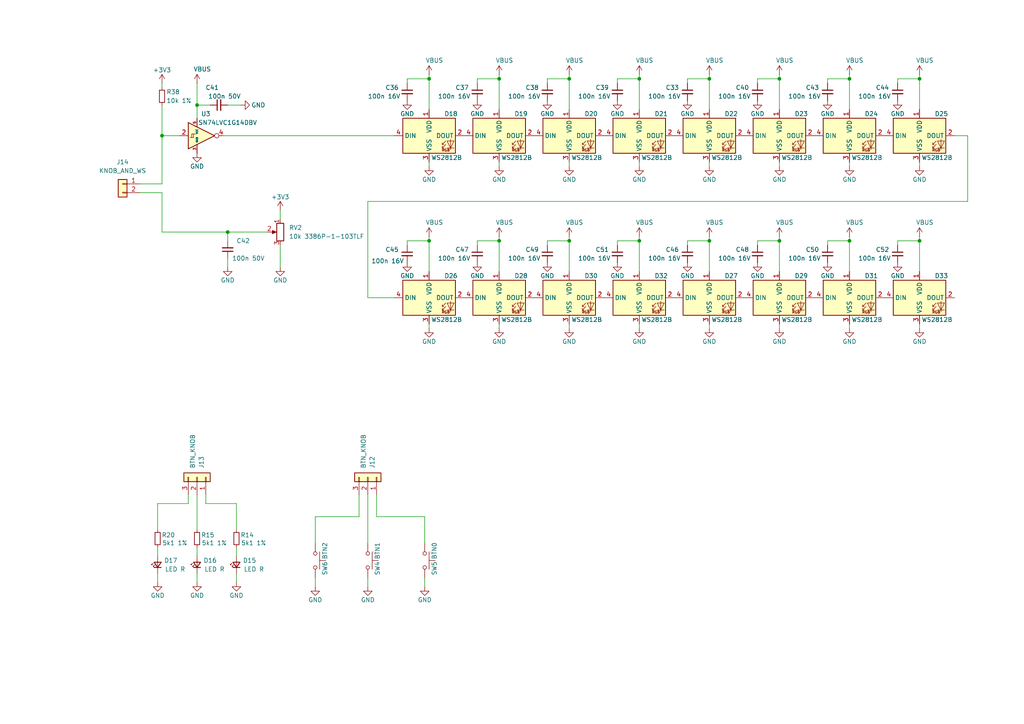
<source format=kicad_sch>
(kicad_sch (version 20231120) (generator "eeschema") (generator_version "8.0")
  (paper "A4")
  (lib_symbols
    (symbol "74xGxx:SN74LVC1G14DBV"
      (property "Reference" "U" (at -2.54 5.08 0))
      (property "Value" "SN74LVC1G14DBV" (at 10.16 5.08 0))
      (symbol "SN74LVC1G14DBV_0_1"
        (polyline (pts (xy -1.016 0.508) (xy -0.508 0.508)))
        (polyline (pts (xy -2.54 3.81) (xy -2.54 -3.81) (xy 5.08 0) (xy -2.54 3.81)) (stroke (width 0.254)) (fill (type background)))
        (polyline (pts (xy -1.524 -0.508) (xy -1.524 0.508) (xy -1.016 0.508) (xy -1.016 -0.508) (xy -2.032 -0.508)))
        (circle (center 5.715 0) (radius 0.635))
      )
      (symbol "SN74LVC1G14DBV_1_1"
        (pin no_connect line (at 5.08 0 180) (length 2.54) hide (name "NC") (number "1"))
        (pin input line (at -5.08 0 0) (length 2.54) (name "~") (number "2"))
        (pin power_in line (at 0 -5.08 90) (length 2.54) (name "GND") (number "3"))
        (pin output line (at 7.62 0 180) (length 1.27) (name "~") (number "4"))
        (pin power_in line (at 0 5.08 270) (length 2.54) (name "VCC") (number "5"))
      )
    )
    (symbol "CANBigPanel-rescue:GND-power" (power) (pin_names (offset 0))
      (property "Value" "GND-power" (at 0 -3.81 0))
      (symbol "GND-power_0_1"
        (polyline (pts (xy 0 0) (xy 0 -1.27) (xy 1.27 -1.27) (xy 0 -2.54) (xy -1.27 -1.27) (xy 0 -1.27)))
      )
      (symbol "GND-power_1_1"
        (pin power_in line (at 0 0 270) (length 0) hide (name "GND") (number "1"))
      )
    )
    (symbol "Connector_Generic:Conn_01x02" (pin_names (offset 1.016) hide)
      (property "Reference" "J" (at 0 2.54 0))
      (property "Value" "Conn_01x02" (at 0 -5.08 0))
      (symbol "Conn_01x02_1_1"
        (rectangle (start -1.27 -2.413) (end 0 -2.667) (stroke (width 0.1524)))
        (rectangle (start -1.27 0.127) (end 0 -0.127) (stroke (width 0.1524)))
        (rectangle (start -1.27 1.27) (end 1.27 -3.81) (stroke (width 0.254)) (fill (type background)))
        (pin passive line (at -5.08 0 0) (length 3.81) (name "Pin_1") (number "1"))
        (pin passive line (at -5.08 -2.54 0) (length 3.81) (name "Pin_2") (number "2"))
      )
    )
    (symbol "Connector_Generic:Conn_01x03" (pin_names (offset 1.016) hide)
      (property "Reference" "J" (at 0 5.08 0))
      (property "Value" "Conn_01x03" (at 0 -5.08 0))
      (symbol "Conn_01x03_1_1"
        (rectangle (start -1.27 -2.413) (end 0 -2.667) (stroke (width 0.1524)))
        (rectangle (start -1.27 0.127) (end 0 -0.127) (stroke (width 0.1524)))
        (rectangle (start -1.27 2.667) (end 0 2.413) (stroke (width 0.1524)))
        (rectangle (start -1.27 3.81) (end 1.27 -3.81) (stroke (width 0.254)) (fill (type background)))
        (pin passive line (at -5.08 2.54 0) (length 3.81) (name "Pin_1") (number "1"))
        (pin passive line (at -5.08 0 0) (length 3.81) (name "Pin_2") (number "2"))
        (pin passive line (at -5.08 -2.54 0) (length 3.81) (name "Pin_3") (number "3"))
      )
    )
    (symbol "Device:C_Small" (pin_numbers hide) (pin_names (offset 0.254) hide)
      (property "Reference" "C" (at 0.254 1.778 0))
      (property "Value" "C_Small" (at 0.254 -2.032 0))
      (symbol "C_Small_0_1"
        (polyline (pts (xy -1.524 -0.508) (xy 1.524 -0.508)) (stroke (width 0.3302)))
        (polyline (pts (xy -1.524 0.508) (xy 1.524 0.508)) (stroke (width 0.3048)))
      )
      (symbol "C_Small_1_1"
        (pin passive line (at 0 2.54 270) (length 2.032) (name "~") (number "1"))
        (pin passive line (at 0 -2.54 90) (length 2.032) (name "~") (number "2"))
      )
    )
    (symbol "Device:LED_Small" (pin_numbers hide) (pin_names (offset 0.254) hide)
      (property "Reference" "D" (at -1.27 3.175 0))
      (property "Value" "LED_Small" (at -4.445 -2.54 0))
      (symbol "LED_Small_0_1"
        (polyline (pts (xy -0.762 -1.016) (xy -0.762 1.016)) (stroke (width 0.254)))
        (polyline (pts (xy 1.016 0) (xy -0.762 0)))
        (polyline (pts (xy 0.762 -1.016) (xy -0.762 0) (xy 0.762 1.016) (xy 0.762 -1.016)) (stroke (width 0.254)))
        (polyline (pts (xy 0 0.762) (xy -0.508 1.27) (xy -0.254 1.27) (xy -0.508 1.27) (xy -0.508 1.016)))
        (polyline (pts (xy 0.508 1.27) (xy 0 1.778) (xy 0.254 1.778) (xy 0 1.778) (xy 0 1.524)))
      )
      (symbol "LED_Small_1_1"
        (pin passive line (at -2.54 0 0) (length 1.778) (name "K") (number "1"))
        (pin passive line (at 2.54 0 180) (length 1.778) (name "A") (number "2"))
      )
    )
    (symbol "Device:R_Potentiometer" (pin_names (offset 1.016) hide)
      (property "Reference" "RV" (at -4.445 0 90))
      (property "Value" "R_Potentiometer" (at -2.54 0 90))
      (symbol "R_Potentiometer_0_1"
        (polyline (pts (xy 2.54 0) (xy 1.524 0)))
        (polyline (pts (xy 1.143 0) (xy 2.286 0.508) (xy 2.286 -0.508) (xy 1.143 0)) (fill (type outline)))
        (rectangle (start 1.016 2.54) (end -1.016 -2.54) (stroke (width 0.254)))
      )
      (symbol "R_Potentiometer_1_1"
        (pin passive line (at 0 3.81 270) (length 1.27) (name "1") (number "1"))
        (pin passive line (at 3.81 0 180) (length 1.27) (name "2") (number "2"))
        (pin passive line (at 0 -3.81 90) (length 1.27) (name "3") (number "3"))
      )
    )
    (symbol "Device:R_Small" (pin_numbers hide) (pin_names (offset 0.254) hide)
      (property "Reference" "R" (at 0.762 0.508 0))
      (property "Value" "R_Small" (at 0.762 -1.016 0))
      (symbol "R_Small_0_1"
        (rectangle (start -0.762 1.778) (end 0.762 -1.778) (stroke (width 0.2032)))
      )
      (symbol "R_Small_1_1"
        (pin passive line (at 0 2.54 270) (length 0.762) (name "~") (number "1"))
        (pin passive line (at 0 -2.54 90) (length 0.762) (name "~") (number "2"))
      )
    )
    (symbol "Switch:SW_Push" (pin_numbers hide) (pin_names (offset 1.016) hide)
      (property "Reference" "SW" (at 1.27 2.54 0))
      (property "Value" "SW_Push" (at 0 -1.524 0))
      (symbol "SW_Push_0_1"
        (circle (center -2.032 0) (radius 0.508))
        (polyline (pts (xy 0 1.27) (xy 0 3.048)))
        (polyline (pts (xy 2.54 1.27) (xy -2.54 1.27)))
        (circle (center 2.032 0) (radius 0.508))
        (pin passive line (at -5.08 0 0) (length 2.54) (name "1") (number "1"))
        (pin passive line (at 5.08 0 180) (length 2.54) (name "2") (number "2"))
      )
    )
    (symbol "WS2812B:WS2812B"
      (property "Reference" "D" (at 3.81 6.35 0))
      (property "Value" "WS2812B" (at 6.35 -6.35 0))
      (symbol "WS2812B_0_0"
        (text "RGB" (at 4.826 -4.191 0) (effects (font (size 0.762 0.762))))
      )
      (symbol "WS2812B_0_1"
        (rectangle (start -7.62 5.08) (end 7.62 -5.08) (stroke (width 0.254)) (fill (type background)))
        (polyline (pts (xy 3.81 -3.556) (xy 4.318 -3.556)))
        (polyline (pts (xy 3.81 -2.54) (xy 4.318 -2.54)))
        (polyline (pts (xy 7.239 -3.556) (xy 5.207 -3.556)))
        (polyline (pts (xy 4.826 -2.54) (xy 3.81 -3.556) (xy 3.81 -3.048)))
        (polyline (pts (xy 4.826 -1.524) (xy 3.81 -2.54) (xy 3.81 -2.032)))
        (polyline (pts (xy 6.223 -1.016) (xy 6.223 -3.556) (xy 6.223 -4.064)))
        (polyline (pts (xy 7.239 -1.524) (xy 5.207 -1.524) (xy 6.223 -3.556) (xy 7.239 -1.524)))
      )
      (symbol "WS2812B_1_1"
        (pin power_in line (at 0 7.62 270) (length 2.54) (name "VDD") (number "1"))
        (pin output line (at 10.16 0 180) (length 2.54) (name "DOUT") (number "2"))
        (pin power_in line (at 0 -7.62 90) (length 2.54) (name "VSS") (number "3"))
        (pin input line (at -10.16 0 0) (length 2.54) (name "DIN") (number "4"))
      )
    )
    (symbol "power:+3.3V" (power) (pin_names (offset 0))
      (property "Value" "+3.3V" (at 0 3.556 0))
      (symbol "+3.3V_0_1"
        (polyline (pts (xy -0.762 1.27) (xy 0 2.54)))
        (polyline (pts (xy 0 0) (xy 0 2.54)))
        (polyline (pts (xy 0 2.54) (xy 0.762 1.27)))
      )
      (symbol "+3.3V_1_1"
        (pin power_in line (at 0 0 90) (length 0) hide (name "+3V3") (number "1"))
      )
    )
    (symbol "power:GND" (power) (pin_names (offset 0))
      (property "Value" "GND" (at 0 -3.81 0))
      (symbol "GND_0_1"
        (polyline (pts (xy 0 0) (xy 0 -1.27) (xy 1.27 -1.27) (xy 0 -2.54) (xy -1.27 -1.27) (xy 0 -1.27)))
      )
      (symbol "GND_1_1"
        (pin power_in line (at 0 0 270) (length 0) hide (name "GND") (number "1"))
      )
    )
    (symbol "power:VBUS" (power) (pin_numbers hide) (pin_names (offset 0) hide)
      (property "Value" "VBUS" (at 0 3.556 0))
      (symbol "VBUS_0_1"
        (polyline (pts (xy -0.762 1.27) (xy 0 2.54)))
        (polyline (pts (xy 0 0) (xy 0 2.54)))
        (polyline (pts (xy 0 2.54) (xy 0.762 1.27)))
      )
      (symbol "VBUS_1_1"
        (pin power_in line (at 0 0 90) (length 0) (name "~") (number "1"))
      )
    )
  )
  (junction (at 46.99 39.37))
  (junction (at 144.78 22.86))
  (junction (at 246.38 22.86))
  (junction (at 185.42 69.85))
  (junction (at 124.46 69.85))
  (junction (at 226.06 22.86))
  (junction (at 57.15 30.48))
  (junction (at 226.06 69.85))
  (junction (at 124.46 22.86))
  (junction (at 165.1 22.86))
  (junction (at 266.7 69.85))
  (junction (at 205.74 69.85))
  (junction (at 144.78 69.85))
  (junction (at 165.1 69.85))
  (junction (at 205.74 22.86))
  (junction (at 185.42 22.86))
  (junction (at 66.04 67.31))
  (junction (at 246.38 69.85))
  (junction (at 266.7 22.86))
  (wire (pts (xy 165.1 93.98) (xy 165.1 95.25)))
  (wire (pts (xy 158.75 69.85) (xy 165.1 69.85)))
  (wire (pts (xy 179.07 71.12) (xy 179.07 69.85)))
  (wire (pts (xy 144.78 46.99) (xy 144.78 48.26)))
  (wire (pts (xy 199.39 71.12) (xy 199.39 69.85)))
  (wire (pts (xy 124.46 22.86) (xy 124.46 31.75)))
  (wire (pts (xy 66.04 30.48) (xy 69.85 30.48)))
  (wire (pts (xy 46.99 67.31) (xy 66.04 67.31)))
  (wire (pts (xy 240.03 22.86) (xy 246.38 22.86)))
  (wire (pts (xy 144.78 21.59) (xy 144.78 22.86)))
  (wire (pts (xy 106.68 167.64) (xy 106.68 170.18)))
  (wire (pts (xy 266.7 69.85) (xy 266.7 78.74)))
  (wire (pts (xy 68.58 146.05) (xy 68.58 153.67)))
  (wire (pts (xy 124.46 69.85) (xy 124.46 78.74)))
  (wire (pts (xy 266.7 21.59) (xy 266.7 22.86)))
  (wire (pts (xy 106.68 86.36) (xy 114.3 86.36)))
  (wire (pts (xy 246.38 46.99) (xy 246.38 48.26)))
  (wire (pts (xy 179.07 22.86) (xy 185.42 22.86)))
  (wire (pts (xy 226.06 93.98) (xy 226.06 95.25)))
  (wire (pts (xy 45.72 166.37) (xy 45.72 168.91)))
  (wire (pts (xy 118.11 22.86) (xy 124.46 22.86)))
  (wire (pts (xy 81.28 71.12) (xy 81.28 77.47)))
  (wire (pts (xy 66.04 69.85) (xy 66.04 67.31)))
  (wire (pts (xy 68.58 166.37) (xy 68.58 168.91)))
  (wire (pts (xy 124.46 46.99) (xy 124.46 48.26)))
  (wire (pts (xy 260.35 22.86) (xy 266.7 22.86)))
  (wire (pts (xy 205.74 93.98) (xy 205.74 95.25)))
  (wire (pts (xy 185.42 69.85) (xy 185.42 78.74)))
  (wire (pts (xy 45.72 158.75) (xy 45.72 161.29)))
  (wire (pts (xy 138.43 71.12) (xy 138.43 69.85)))
  (wire (pts (xy 123.19 167.64) (xy 123.19 170.18)))
  (wire (pts (xy 118.11 69.85) (xy 124.46 69.85)))
  (wire (pts (xy 138.43 22.86) (xy 144.78 22.86)))
  (wire (pts (xy 240.03 71.12) (xy 240.03 69.85)))
  (wire (pts (xy 205.74 21.59) (xy 205.74 22.86)))
  (wire (pts (xy 40.64 55.88) (xy 46.99 55.88)))
  (wire (pts (xy 205.74 68.58) (xy 205.74 69.85)))
  (wire (pts (xy 260.35 69.85) (xy 266.7 69.85)))
  (wire (pts (xy 106.68 143.51) (xy 106.68 157.48)))
  (wire (pts (xy 226.06 68.58) (xy 226.06 69.85)))
  (wire (pts (xy 57.15 30.48) (xy 57.15 34.29)))
  (wire (pts (xy 138.43 69.85) (xy 144.78 69.85)))
  (wire (pts (xy 144.78 93.98) (xy 144.78 95.25)))
  (wire (pts (xy 266.7 93.98) (xy 266.7 95.25)))
  (wire (pts (xy 91.44 149.86) (xy 91.44 157.48)))
  (wire (pts (xy 109.22 149.86) (xy 123.19 149.86)))
  (wire (pts (xy 57.15 158.75) (xy 57.15 161.29)))
  (wire (pts (xy 266.7 46.99) (xy 266.7 48.26)))
  (wire (pts (xy 246.38 69.85) (xy 246.38 78.74)))
  (wire (pts (xy 144.78 69.85) (xy 144.78 78.74)))
  (wire (pts (xy 158.75 71.12) (xy 158.75 69.85)))
  (wire (pts (xy 266.7 22.86) (xy 266.7 31.75)))
  (wire (pts (xy 46.99 39.37) (xy 52.07 39.37)))
  (wire (pts (xy 54.61 146.05) (xy 45.72 146.05)))
  (wire (pts (xy 165.1 69.85) (xy 165.1 78.74)))
  (wire (pts (xy 205.74 46.99) (xy 205.74 48.26)))
  (wire (pts (xy 260.35 24.13) (xy 260.35 22.86)))
  (wire (pts (xy 165.1 21.59) (xy 165.1 22.86)))
  (wire (pts (xy 199.39 69.85) (xy 205.74 69.85)))
  (wire (pts (xy 66.04 74.93) (xy 66.04 77.47)))
  (wire (pts (xy 260.35 71.12) (xy 260.35 69.85)))
  (wire (pts (xy 199.39 24.13) (xy 199.39 22.86)))
  (wire (pts (xy 219.71 71.12) (xy 219.71 69.85)))
  (wire (pts (xy 144.78 68.58) (xy 144.78 69.85)))
  (wire (pts (xy 266.7 68.58) (xy 266.7 69.85)))
  (wire (pts (xy 68.58 158.75) (xy 68.58 161.29)))
  (wire (pts (xy 109.22 143.51) (xy 109.22 149.86)))
  (wire (pts (xy 226.06 21.59) (xy 226.06 22.86)))
  (wire (pts (xy 64.77 39.37) (xy 114.3 39.37)))
  (wire (pts (xy 144.78 22.86) (xy 144.78 31.75)))
  (wire (pts (xy 118.11 24.13) (xy 118.11 22.86)))
  (wire (pts (xy 240.03 24.13) (xy 240.03 22.86)))
  (wire (pts (xy 226.06 69.85) (xy 226.06 78.74)))
  (wire (pts (xy 179.07 69.85) (xy 185.42 69.85)))
  (wire (pts (xy 185.42 68.58) (xy 185.42 69.85)))
  (wire (pts (xy 57.15 30.48) (xy 60.96 30.48)))
  (wire (pts (xy 185.42 21.59) (xy 185.42 22.86)))
  (wire (pts (xy 185.42 93.98) (xy 185.42 95.25)))
  (wire (pts (xy 57.15 143.51) (xy 57.15 153.67)))
  (wire (pts (xy 57.15 24.13) (xy 57.15 30.48)))
  (wire (pts (xy 59.69 146.05) (xy 59.69 143.51)))
  (wire (pts (xy 138.43 24.13) (xy 138.43 22.86)))
  (wire (pts (xy 246.38 22.86) (xy 246.38 31.75)))
  (wire (pts (xy 185.42 46.99) (xy 185.42 48.26)))
  (wire (pts (xy 246.38 93.98) (xy 246.38 95.25)))
  (wire (pts (xy 59.69 146.05) (xy 68.58 146.05)))
  (wire (pts (xy 124.46 68.58) (xy 124.46 69.85)))
  (wire (pts (xy 45.72 146.05) (xy 45.72 153.67)))
  (wire (pts (xy 106.68 58.42) (xy 106.68 86.36)))
  (wire (pts (xy 46.99 30.48) (xy 46.99 39.37)))
  (wire (pts (xy 226.06 46.99) (xy 226.06 48.26)))
  (wire (pts (xy 40.64 53.34) (xy 46.99 53.34)))
  (wire (pts (xy 158.75 24.13) (xy 158.75 22.86)))
  (wire (pts (xy 205.74 22.86) (xy 205.74 31.75)))
  (wire (pts (xy 219.71 22.86) (xy 226.06 22.86)))
  (wire (pts (xy 276.86 39.37) (xy 280.67 39.37)))
  (wire (pts (xy 123.19 149.86) (xy 123.19 157.48)))
  (wire (pts (xy 226.06 22.86) (xy 226.06 31.75)))
  (wire (pts (xy 91.44 167.64) (xy 91.44 170.18)))
  (wire (pts (xy 280.67 58.42) (xy 106.68 58.42)))
  (wire (pts (xy 185.42 22.86) (xy 185.42 31.75)))
  (wire (pts (xy 81.28 60.96) (xy 81.28 63.5)))
  (wire (pts (xy 219.71 69.85) (xy 226.06 69.85)))
  (wire (pts (xy 165.1 22.86) (xy 165.1 31.75)))
  (wire (pts (xy 219.71 24.13) (xy 219.71 22.86)))
  (wire (pts (xy 205.74 69.85) (xy 205.74 78.74)))
  (wire (pts (xy 46.99 55.88) (xy 46.99 67.31)))
  (wire (pts (xy 165.1 46.99) (xy 165.1 48.26)))
  (wire (pts (xy 240.03 69.85) (xy 246.38 69.85)))
  (wire (pts (xy 124.46 93.98) (xy 124.46 95.25)))
  (wire (pts (xy 91.44 149.86) (xy 104.14 149.86)))
  (wire (pts (xy 66.04 67.31) (xy 77.47 67.31)))
  (wire (pts (xy 46.99 53.34) (xy 46.99 39.37)))
  (wire (pts (xy 246.38 68.58) (xy 246.38 69.85)))
  (wire (pts (xy 124.46 21.59) (xy 124.46 22.86)))
  (wire (pts (xy 246.38 21.59) (xy 246.38 22.86)))
  (wire (pts (xy 199.39 22.86) (xy 205.74 22.86)))
  (wire (pts (xy 57.15 166.37) (xy 57.15 168.91)))
  (wire (pts (xy 179.07 24.13) (xy 179.07 22.86)))
  (wire (pts (xy 54.61 143.51) (xy 54.61 146.05)))
  (wire (pts (xy 46.99 24.13) (xy 46.99 25.4)))
  (wire (pts (xy 158.75 22.86) (xy 165.1 22.86)))
  (wire (pts (xy 165.1 68.58) (xy 165.1 69.85)))
  (wire (pts (xy 104.14 149.86) (xy 104.14 143.51)))
  (wire (pts (xy 118.11 71.12) (xy 118.11 69.85)))
  (wire (pts (xy 280.67 39.37) (xy 280.67 58.42)))
  (symbol (lib_id "WS2812B:WS2812B") (at 205.74 39.37 0) (unit 1)
    (property "Reference" "D22" (at 212.09 33.02 0))
    (property "Value" "WS2812B" (at 210.82 45.72 0))
    (property "Footprint" "LED_SMD:LED_WS2812B_PLCC4_5.0x5.0mm_P3.2mm" (effects (hide yes)))
    (property "Datasheet" "https://datasheet.lcsc.com/lcsc/2209191001_XINGLIGHT-XL-5050RGBC-WS2812B_C2843785.pdf" (effects (hide yes)))
    (property "M" "XINGLIGHT" (effects (hide yes)))
    (property "MPN" "XL-5050RGBC-WS2812B" (effects (hide yes)))
    (property "jlc" "C2843785" (effects (hide yes)))
  )
  (symbol (lib_id "CANBigPanel-rescue:GND-power") (at 179.07 29.21 0) (unit 1)
    (property "Reference" "#PWR0124" (effects (hide yes)))
    (property "Value" "GND" (at 179.07 33.02 0))
  )
  (symbol (lib_id "power:GND") (at 81.28 77.47 0) (mirror y) (unit 1)
    (property "Reference" "#PWR0134" (effects (hide yes)))
    (property "Value" "GND" (at 81.28 81.28 0))
  )
  (symbol (lib_id "Device:C_Small") (at 199.39 26.67 0) (unit 1)
    (property "Reference" "C33" (at 193.04 25.4 0) (effects (justify left)))
    (property "Value" "100n 16V" (at 187.96 27.94 0) (effects (justify left)))
    (property "Footprint" "Capacitor_SMD:C_0402_1005Metric" (effects (hide yes)))
    (property "jlc" "C1525" (effects (hide yes)))
    (property "M" "Samsung Electro-Mechanics" (effects (hide yes)))
    (property "MPN" "CL05B104KB54PNC" (effects (hide yes)))
  )
  (symbol (lib_id "WS2812B:WS2812B") (at 165.1 39.37 0) (unit 1)
    (property "Reference" "D20" (at 171.45 33.02 0))
    (property "Value" "WS2812B" (at 170.18 45.72 0))
    (property "Footprint" "LED_SMD:LED_WS2812B_PLCC4_5.0x5.0mm_P3.2mm" (effects (hide yes)))
    (property "Datasheet" "https://datasheet.lcsc.com/lcsc/2209191001_XINGLIGHT-XL-5050RGBC-WS2812B_C2843785.pdf" (effects (hide yes)))
    (property "M" "XINGLIGHT" (effects (hide yes)))
    (property "MPN" "XL-5050RGBC-WS2812B" (effects (hide yes)))
    (property "jlc" "C2843785" (effects (hide yes)))
  )
  (symbol (lib_id "CANBigPanel-rescue:GND-power") (at 240.03 76.2 0) (unit 1)
    (property "Reference" "#PWR0156" (effects (hide yes)))
    (property "Value" "GND" (at 240.03 80.01 0))
  )
  (symbol (lib_id "power:VBUS") (at 266.7 68.58 0) (unit 1)
    (property "Reference" "#PWR0165" (effects (hide yes)))
    (property "Value" "VBUS" (at 268.224 64.516 0))
    (property "Description" "Power symbol creates a global label with name \"VBUS\"" (effects (hide yes)))
  )
  (symbol (lib_id "power:GND") (at 91.44 170.18 0) (unit 1)
    (property "Reference" "#PWR095" (effects (hide yes)))
    (property "Value" "GND" (at 91.44 173.99 0))
  )
  (symbol (lib_id "WS2812B:WS2812B") (at 226.06 39.37 0) (unit 1)
    (property "Reference" "D23" (at 232.41 33.02 0))
    (property "Value" "WS2812B" (at 231.14 45.72 0))
    (property "Footprint" "LED_SMD:LED_WS2812B_PLCC4_5.0x5.0mm_P3.2mm" (effects (hide yes)))
    (property "Datasheet" "https://datasheet.lcsc.com/lcsc/2209191001_XINGLIGHT-XL-5050RGBC-WS2812B_C2843785.pdf" (effects (hide yes)))
    (property "M" "XINGLIGHT" (effects (hide yes)))
    (property "MPN" "XL-5050RGBC-WS2812B" (effects (hide yes)))
    (property "jlc" "C2843785" (effects (hide yes)))
  )
  (symbol (lib_id "CANBigPanel-rescue:GND-power") (at 144.78 95.25 0) (unit 1)
    (property "Reference" "#PWR0152" (effects (hide yes)))
    (property "Value" "GND" (at 144.78 99.06 0))
  )
  (symbol (lib_id "WS2812B:WS2812B") (at 246.38 39.37 0) (unit 1)
    (property "Reference" "D24" (at 252.73 33.02 0))
    (property "Value" "WS2812B" (at 251.46 45.72 0))
    (property "Footprint" "LED_SMD:LED_WS2812B_PLCC4_5.0x5.0mm_P3.2mm" (effects (hide yes)))
    (property "Datasheet" "https://datasheet.lcsc.com/lcsc/2209191001_XINGLIGHT-XL-5050RGBC-WS2812B_C2843785.pdf" (effects (hide yes)))
    (property "M" "XINGLIGHT" (effects (hide yes)))
    (property "MPN" "XL-5050RGBC-WS2812B" (effects (hide yes)))
    (property "jlc" "C2843785" (effects (hide yes)))
  )
  (symbol (lib_id "CANBigPanel-rescue:GND-power") (at 219.71 76.2 0) (unit 1)
    (property "Reference" "#PWR0150" (effects (hide yes)))
    (property "Value" "GND" (at 219.71 80.01 0))
  )
  (symbol (lib_id "Connector_Generic:Conn_01x03") (at 57.15 138.43 270) (mirror x) (unit 1)
    (property "Reference" "J13" (at 58.4201 135.89 0) (effects (justify left)))
    (property "Value" "BTN_KNOB" (at 55.8801 135.89 0) (effects (justify left)))
    (property "Footprint" "Connector_PinHeader_2.54mm:PinHeader_1x03_P2.54mm_Vertical" (effects (hide yes)))
    (property "Description" "Generic connector, single row, 01x03, script generated (kicad-library-utils/schlib/autogen/connector/)" (effects (hide yes)))
    (property "jlc" "C49257" (effects (hide yes)))
  )
  (symbol (lib_id "CANBigPanel-rescue:GND-power") (at 185.42 95.25 0) (unit 1)
    (property "Reference" "#PWR0164" (effects (hide yes)))
    (property "Value" "GND" (at 185.42 99.06 0))
  )
  (symbol (lib_id "power:+3.3V") (at 81.28 60.96 0) (mirror y) (unit 1)
    (property "Reference" "#PWR0133" (effects (hide yes)))
    (property "Value" "+3V3" (at 81.28 57.15 0))
  )
  (symbol (lib_id "Device:C_Small") (at 158.75 26.67 0) (unit 1)
    (property "Reference" "C38" (at 152.4 25.4 0) (effects (justify left)))
    (property "Value" "100n 16V" (at 147.32 27.94 0) (effects (justify left)))
    (property "Footprint" "Capacitor_SMD:C_0402_1005Metric" (effects (hide yes)))
    (property "jlc" "C1525" (effects (hide yes)))
    (property "M" "Samsung Electro-Mechanics" (effects (hide yes)))
    (property "MPN" "CL05B104KB54PNC" (effects (hide yes)))
  )
  (symbol (lib_id "CANBigPanel-rescue:GND-power") (at 266.7 95.25 0) (unit 1)
    (property "Reference" "#PWR0166" (effects (hide yes)))
    (property "Value" "GND" (at 266.7 99.06 0))
  )
  (symbol (lib_id "power:VBUS") (at 165.1 21.59 0) (unit 1)
    (property "Reference" "#PWR0116" (effects (hide yes)))
    (property "Value" "VBUS" (at 166.624 17.526 0))
    (property "Description" "Power symbol creates a global label with name \"VBUS\"" (effects (hide yes)))
  )
  (symbol (lib_id "Device:LED_Small") (at 57.15 163.83 90) (unit 1)
    (property "Reference" "D16" (at 60.96 162.56 90))
    (property "Value" "LED R" (at 62.23 165.1 90))
    (property "Footprint" "LED_SMD:LED_0603_1608Metric_Pad1.05x0.95mm_HandSolder" (effects (hide yes)))
    (property "LED" "C2286" (effects (hide yes)))
    (property "jlc" "C2286" (effects (hide yes)))
  )
  (symbol (lib_id "WS2812B:WS2812B") (at 266.7 86.36 0) (unit 1)
    (property "Reference" "D33" (at 273.05 80.01 0))
    (property "Value" "WS2812B" (at 271.78 92.71 0))
    (property "Footprint" "LED_SMD:LED_WS2812B_PLCC4_5.0x5.0mm_P3.2mm" (effects (hide yes)))
    (property "Datasheet" "https://datasheet.lcsc.com/lcsc/2209191001_XINGLIGHT-XL-5050RGBC-WS2812B_C2843785.pdf" (effects (hide yes)))
    (property "M" "XINGLIGHT" (effects (hide yes)))
    (property "MPN" "XL-5050RGBC-WS2812B" (effects (hide yes)))
    (property "jlc" "C2843785" (effects (hide yes)))
  )
  (symbol (lib_id "Device:C_Small") (at 179.07 26.67 0) (unit 1)
    (property "Reference" "C39" (at 172.72 25.4 0) (effects (justify left)))
    (property "Value" "100n 16V" (at 167.64 27.94 0) (effects (justify left)))
    (property "Footprint" "Capacitor_SMD:C_0402_1005Metric" (effects (hide yes)))
    (property "jlc" "C1525" (effects (hide yes)))
    (property "M" "Samsung Electro-Mechanics" (effects (hide yes)))
    (property "MPN" "CL05B104KB54PNC" (effects (hide yes)))
  )
  (symbol (lib_id "power:VBUS") (at 124.46 21.59 0) (unit 1)
    (property "Reference" "#PWR096" (effects (hide yes)))
    (property "Value" "VBUS" (at 125.984 17.526 0))
    (property "Description" "Power symbol creates a global label with name \"VBUS\"" (effects (hide yes)))
  )
  (symbol (lib_id "Device:C_Small") (at 179.07 73.66 0) (unit 1)
    (property "Reference" "C51" (at 172.72 72.39 0) (effects (justify left)))
    (property "Value" "100n 16V" (at 167.64 74.93 0) (effects (justify left)))
    (property "Footprint" "Capacitor_SMD:C_0402_1005Metric" (effects (hide yes)))
    (property "jlc" "C1525" (effects (hide yes)))
    (property "M" "Samsung Electro-Mechanics" (effects (hide yes)))
    (property "MPN" "CL05B104KB54PNC" (effects (hide yes)))
  )
  (symbol (lib_id "74xGxx:SN74LVC1G14DBV") (at 57.15 39.37 0) (unit 1)
    (property "Reference" "U3" (at 59.69 33.02 0))
    (property "Value" "SN74LVC1G14DBV" (at 66.04 35.56 0))
    (property "Footprint" "Package_TO_SOT_SMD:SOT-23-5" (effects (hide yes)))
    (property "Datasheet" "http://www.ti.com/lit/ds/symlink/sn74lvc1g14.pdf" (effects (hide yes)))
    (property "M" "Texas Instruments" (effects (hide yes)))
    (property "MPN" "SN74LVC1G14DBV" (effects (hide yes)))
    (property "jlc" "C7835" (effects (hide yes)))
  )
  (symbol (lib_id "Device:C_Small") (at 260.35 26.67 0) (unit 1)
    (property "Reference" "C44" (at 254 25.4 0) (effects (justify left)))
    (property "Value" "100n 16V" (at 248.92 27.94 0) (effects (justify left)))
    (property "Footprint" "Capacitor_SMD:C_0402_1005Metric" (effects (hide yes)))
    (property "jlc" "C1525" (effects (hide yes)))
    (property "M" "Samsung Electro-Mechanics" (effects (hide yes)))
    (property "MPN" "CL05B104KB54PNC" (effects (hide yes)))
  )
  (symbol (lib_id "WS2812B:WS2812B") (at 144.78 86.36 0) (unit 1)
    (property "Reference" "D28" (at 151.13 80.01 0))
    (property "Value" "WS2812B" (at 149.86 92.71 0))
    (property "Footprint" "LED_SMD:LED_WS2812B_PLCC4_5.0x5.0mm_P3.2mm" (effects (hide yes)))
    (property "Datasheet" "https://datasheet.lcsc.com/lcsc/2209191001_XINGLIGHT-XL-5050RGBC-WS2812B_C2843785.pdf" (effects (hide yes)))
    (property "M" "XINGLIGHT" (effects (hide yes)))
    (property "MPN" "XL-5050RGBC-WS2812B" (effects (hide yes)))
    (property "jlc" "C2843785" (effects (hide yes)))
  )
  (symbol (lib_id "CANBigPanel-rescue:GND-power") (at 260.35 29.21 0) (unit 1)
    (property "Reference" "#PWR0140" (effects (hide yes)))
    (property "Value" "GND" (at 260.35 33.02 0))
  )
  (symbol (lib_id "Device:C_Small") (at 66.04 72.39 0) (mirror x) (unit 1)
    (property "Reference" "C42" (at 68.58 69.85 0) (effects (justify left)))
    (property "Value" "100n 50V" (at 67.31 74.93 0) (effects (justify left)))
    (property "Footprint" "Capacitor_SMD:C_0603_1608Metric_Pad1.08x0.95mm_HandSolder" (effects (hide yes)))
    (property "jlc" "C14663" (effects (hide yes)))
  )
  (symbol (lib_id "Device:R_Small") (at 45.72 156.21 180) (unit 1)
    (property "Reference" "R20" (at 50.8 155.194 0) (effects (justify left)))
    (property "Value" "5k1 1%" (at 54.356 157.48 0) (effects (justify left)))
    (property "Footprint" "Resistor_SMD:R_0603_1608Metric_Pad0.98x0.95mm_HandSolder" (effects (hide yes)))
    (property "jlc" "C23186" (effects (hide yes)))
  )
  (symbol (lib_id "Device:C_Small") (at 158.75 73.66 0) (unit 1)
    (property "Reference" "C49" (at 152.4 72.39 0) (effects (justify left)))
    (property "Value" "100n 16V" (at 147.32 74.93 0) (effects (justify left)))
    (property "Footprint" "Capacitor_SMD:C_0402_1005Metric" (effects (hide yes)))
    (property "jlc" "C1525" (effects (hide yes)))
    (property "M" "Samsung Electro-Mechanics" (effects (hide yes)))
    (property "MPN" "CL05B104KB54PNC" (effects (hide yes)))
  )
  (symbol (lib_id "Device:R_Small") (at 57.15 156.21 180) (unit 1)
    (property "Reference" "R15" (at 62.23 155.194 0) (effects (justify left)))
    (property "Value" "5k1 1%" (at 65.786 157.48 0) (effects (justify left)))
    (property "Footprint" "Resistor_SMD:R_0603_1608Metric_Pad0.98x0.95mm_HandSolder" (effects (hide yes)))
    (property "jlc" "C23186" (effects (hide yes)))
  )
  (symbol (lib_id "Device:C_Small") (at 260.35 73.66 0) (unit 1)
    (property "Reference" "C52" (at 254 72.39 0) (effects (justify left)))
    (property "Value" "100n 16V" (at 248.92 74.93 0) (effects (justify left)))
    (property "Footprint" "Capacitor_SMD:C_0402_1005Metric" (effects (hide yes)))
    (property "jlc" "C1525" (effects (hide yes)))
    (property "M" "Samsung Electro-Mechanics" (effects (hide yes)))
    (property "MPN" "CL05B104KB54PNC" (effects (hide yes)))
  )
  (symbol (lib_id "CANBigPanel-rescue:GND-power") (at 124.46 48.26 0) (unit 1)
    (property "Reference" "#PWR0117" (effects (hide yes)))
    (property "Value" "GND" (at 124.46 52.07 0))
  )
  (symbol (lib_id "WS2812B:WS2812B") (at 205.74 86.36 0) (unit 1)
    (property "Reference" "D27" (at 212.09 80.01 0))
    (property "Value" "WS2812B" (at 210.82 92.71 0))
    (property "Footprint" "LED_SMD:LED_WS2812B_PLCC4_5.0x5.0mm_P3.2mm" (effects (hide yes)))
    (property "Datasheet" "https://datasheet.lcsc.com/lcsc/2209191001_XINGLIGHT-XL-5050RGBC-WS2812B_C2843785.pdf" (effects (hide yes)))
    (property "M" "XINGLIGHT" (effects (hide yes)))
    (property "MPN" "XL-5050RGBC-WS2812B" (effects (hide yes)))
    (property "jlc" "C2843785" (effects (hide yes)))
  )
  (symbol (lib_id "power:GND") (at 66.04 77.47 0) (mirror y) (unit 1)
    (property "Reference" "#PWR0135" (effects (hide yes)))
    (property "Value" "GND" (at 66.04 81.28 0))
  )
  (symbol (lib_id "Connector_Generic:Conn_01x02") (at 35.56 53.34 0) (mirror y) (unit 1)
    (property "Reference" "J14" (at 35.56 46.99 0))
    (property "Value" "KNOB_AND_WS" (at 35.56 49.53 0))
    (property "Footprint" "Connector_PinHeader_2.54mm:PinHeader_1x02_P2.54mm_Vertical" (effects (hide yes)))
    (property "Description" "Generic connector, single row, 01x02, script generated (kicad-library-utils/schlib/autogen/connector/)" (effects (hide yes)))
    (property "jlc" "C492401" (effects (hide yes)))
  )
  (symbol (lib_id "power:VBUS") (at 205.74 68.58 0) (unit 1)
    (property "Reference" "#PWR0147" (effects (hide yes)))
    (property "Value" "VBUS" (at 207.264 64.516 0))
    (property "Description" "Power symbol creates a global label with name \"VBUS\"" (effects (hide yes)))
  )
  (symbol (lib_id "CANBigPanel-rescue:GND-power") (at 144.78 48.26 0) (unit 1)
    (property "Reference" "#PWR0120" (effects (hide yes)))
    (property "Value" "GND" (at 144.78 52.07 0))
  )
  (symbol (lib_id "CANBigPanel-rescue:GND-power") (at 226.06 95.25 0) (unit 1)
    (property "Reference" "#PWR0154" (effects (hide yes)))
    (property "Value" "GND" (at 226.06 99.06 0))
  )
  (symbol (lib_id "Device:C_Small") (at 118.11 73.66 0) (unit 1)
    (property "Reference" "C45" (at 111.76 72.39 0) (effects (justify left)))
    (property "Value" "100n 16V" (at 107.696 75.692 0) (effects (justify left)))
    (property "Footprint" "Capacitor_SMD:C_0402_1005Metric" (effects (hide yes)))
    (property "jlc" "C1525" (effects (hide yes)))
    (property "M" "Samsung Electro-Mechanics" (effects (hide yes)))
    (property "MPN" "CL05B104KB54PNC" (effects (hide yes)))
  )
  (symbol (lib_id "CANBigPanel-rescue:GND-power") (at 158.75 76.2 0) (unit 1)
    (property "Reference" "#PWR0155" (effects (hide yes)))
    (property "Value" "GND" (at 158.75 80.01 0))
  )
  (symbol (lib_id "CANBigPanel-rescue:GND-power") (at 226.06 48.26 0) (unit 1)
    (property "Reference" "#PWR0136" (effects (hide yes)))
    (property "Value" "GND" (at 226.06 52.07 0))
  )
  (symbol (lib_id "CANBigPanel-rescue:GND-power") (at 205.74 95.25 0) (unit 1)
    (property "Reference" "#PWR0148" (effects (hide yes)))
    (property "Value" "GND" (at 205.74 99.06 0))
  )
  (symbol (lib_id "power:GND") (at 68.58 168.91 0) (unit 1)
    (property "Reference" "#PWR0110" (effects (hide yes)))
    (property "Value" "GND" (at 68.58 172.72 0))
  )
  (symbol (lib_id "CANBigPanel-rescue:GND-power") (at 205.74 48.26 0) (unit 1)
    (property "Reference" "#PWR0128" (effects (hide yes)))
    (property "Value" "GND" (at 205.74 52.07 0))
  )
  (symbol (lib_id "Device:R_Potentiometer") (at 81.28 67.31 0) (mirror y) (unit 1)
    (property "Reference" "RV2" (at 83.82 66.0399 0) (effects (justify right)))
    (property "Value" "10k 3386P-1-103TLF" (at 83.82 68.5799 0) (effects (justify right)))
    (property "Footprint" "Potentiometer_THT:Potentiometer_Bourns_3386P_Vertical" (effects (hide yes)))
    (property "Description" "Potentiometer" (effects (hide yes)))
    (property "jlc" "C116302" (effects (hide yes)))
  )
  (symbol (lib_id "Device:R_Small") (at 68.58 156.21 180) (unit 1)
    (property "Reference" "R14" (at 73.66 155.194 0) (effects (justify left)))
    (property "Value" "5k1 1%" (at 77.216 157.48 0) (effects (justify left)))
    (property "Footprint" "Resistor_SMD:R_0603_1608Metric_Pad0.98x0.95mm_HandSolder" (effects (hide yes)))
    (property "jlc" "C23186" (effects (hide yes)))
  )
  (symbol (lib_id "Device:C_Small") (at 240.03 26.67 0) (unit 1)
    (property "Reference" "C43" (at 233.68 25.4 0) (effects (justify left)))
    (property "Value" "100n 16V" (at 228.6 27.94 0) (effects (justify left)))
    (property "Footprint" "Capacitor_SMD:C_0402_1005Metric" (effects (hide yes)))
    (property "jlc" "C1525" (effects (hide yes)))
    (property "M" "Samsung Electro-Mechanics" (effects (hide yes)))
    (property "MPN" "CL05B104KB54PNC" (effects (hide yes)))
  )
  (symbol (lib_id "power:+3.3V") (at 46.99 24.13 0) (unit 1)
    (property "Reference" "#PWR0212" (effects (hide yes)))
    (property "Value" "+3V3" (at 46.99 20.32 0))
  )
  (symbol (lib_id "Device:C_Small") (at 118.11 26.67 0) (unit 1)
    (property "Reference" "C36" (at 111.76 25.4 0) (effects (justify left)))
    (property "Value" "100n 16V" (at 106.68 27.94 0) (effects (justify left)))
    (property "Footprint" "Capacitor_SMD:C_0402_1005Metric" (effects (hide yes)))
    (property "jlc" "C1525" (effects (hide yes)))
    (property "M" "Samsung Electro-Mechanics" (effects (hide yes)))
    (property "MPN" "CL05B104KB54PNC" (effects (hide yes)))
  )
  (symbol (lib_id "Device:C_Small") (at 63.5 30.48 90) (unit 1)
    (property "Reference" "C41" (at 63.5 25.4 90) (effects (justify left)))
    (property "Value" "100n 50V" (at 69.85 27.94 90) (effects (justify left)))
    (property "Footprint" "Capacitor_SMD:C_0603_1608Metric_Pad1.08x0.95mm_HandSolder" (effects (hide yes)))
    (property "jlc" "C14663" (effects (hide yes)))
  )
  (symbol (lib_id "power:VBUS") (at 144.78 21.59 0) (unit 1)
    (property "Reference" "#PWR0109" (effects (hide yes)))
    (property "Value" "VBUS" (at 146.304 17.526 0))
    (property "Description" "Power symbol creates a global label with name \"VBUS\"" (effects (hide yes)))
  )
  (symbol (lib_id "WS2812B:WS2812B") (at 185.42 39.37 0) (unit 1)
    (property "Reference" "D21" (at 191.77 33.02 0))
    (property "Value" "WS2812B" (at 190.5 45.72 0))
    (property "Footprint" "LED_SMD:LED_WS2812B_PLCC4_5.0x5.0mm_P3.2mm" (effects (hide yes)))
    (property "Datasheet" "https://datasheet.lcsc.com/lcsc/2209191001_XINGLIGHT-XL-5050RGBC-WS2812B_C2843785.pdf" (effects (hide yes)))
    (property "M" "XINGLIGHT" (effects (hide yes)))
    (property "MPN" "XL-5050RGBC-WS2812B" (effects (hide yes)))
    (property "jlc" "C2843785" (effects (hide yes)))
  )
  (symbol (lib_id "power:VBUS") (at 266.7 21.59 0) (unit 1)
    (property "Reference" "#PWR0141" (effects (hide yes)))
    (property "Value" "VBUS" (at 268.224 17.526 0))
    (property "Description" "Power symbol creates a global label with name \"VBUS\"" (effects (hide yes)))
  )
  (symbol (lib_id "WS2812B:WS2812B") (at 165.1 86.36 0) (unit 1)
    (property "Reference" "D30" (at 171.45 80.01 0))
    (property "Value" "WS2812B" (at 170.18 92.71 0))
    (property "Footprint" "LED_SMD:LED_WS2812B_PLCC4_5.0x5.0mm_P3.2mm" (effects (hide yes)))
    (property "Datasheet" "https://datasheet.lcsc.com/lcsc/2209191001_XINGLIGHT-XL-5050RGBC-WS2812B_C2843785.pdf" (effects (hide yes)))
    (property "M" "XINGLIGHT" (effects (hide yes)))
    (property "MPN" "XL-5050RGBC-WS2812B" (effects (hide yes)))
    (property "jlc" "C2843785" (effects (hide yes)))
  )
  (symbol (lib_id "WS2812B:WS2812B") (at 124.46 86.36 0) (unit 1)
    (property "Reference" "D26" (at 130.81 80.01 0))
    (property "Value" "WS2812B" (at 129.54 92.71 0))
    (property "Footprint" "LED_SMD:LED_WS2812B_PLCC4_5.0x5.0mm_P3.2mm" (effects (hide yes)))
    (property "Datasheet" "https://datasheet.lcsc.com/lcsc/2209191001_XINGLIGHT-XL-5050RGBC-WS2812B_C2843785.pdf" (effects (hide yes)))
    (property "M" "XINGLIGHT" (effects (hide yes)))
    (property "MPN" "XL-5050RGBC-WS2812B" (effects (hide yes)))
    (property "jlc" "C2843785" (effects (hide yes)))
  )
  (symbol (lib_id "WS2812B:WS2812B") (at 246.38 86.36 0) (unit 1)
    (property "Reference" "D31" (at 252.73 80.01 0))
    (property "Value" "WS2812B" (at 251.46 92.71 0))
    (property "Footprint" "LED_SMD:LED_WS2812B_PLCC4_5.0x5.0mm_P3.2mm" (effects (hide yes)))
    (property "Datasheet" "https://datasheet.lcsc.com/lcsc/2209191001_XINGLIGHT-XL-5050RGBC-WS2812B_C2843785.pdf" (effects (hide yes)))
    (property "M" "XINGLIGHT" (effects (hide yes)))
    (property "MPN" "XL-5050RGBC-WS2812B" (effects (hide yes)))
    (property "jlc" "C2843785" (effects (hide yes)))
  )
  (symbol (lib_id "power:VBUS") (at 226.06 21.59 0) (unit 1)
    (property "Reference" "#PWR0130" (effects (hide yes)))
    (property "Value" "VBUS" (at 227.584 17.526 0))
    (property "Description" "Power symbol creates a global label with name \"VBUS\"" (effects (hide yes)))
  )
  (symbol (lib_id "CANBigPanel-rescue:GND-power") (at 246.38 48.26 0) (unit 1)
    (property "Reference" "#PWR0139" (effects (hide yes)))
    (property "Value" "GND" (at 246.38 52.07 0))
  )
  (symbol (lib_id "CANBigPanel-rescue:GND-power") (at 199.39 76.2 0) (unit 1)
    (property "Reference" "#PWR0144" (effects (hide yes)))
    (property "Value" "GND" (at 199.39 80.01 0))
  )
  (symbol (lib_id "power:GND") (at 57.15 168.91 0) (unit 1)
    (property "Reference" "#PWR0114" (effects (hide yes)))
    (property "Value" "GND" (at 57.15 172.72 0))
  )
  (symbol (lib_id "CANBigPanel-rescue:GND-power") (at 138.43 76.2 0) (unit 1)
    (property "Reference" "#PWR0149" (effects (hide yes)))
    (property "Value" "GND" (at 138.43 80.01 0))
  )
  (symbol (lib_id "power:GND") (at 123.19 170.18 0) (unit 1)
    (property "Reference" "#PWR0112" (effects (hide yes)))
    (property "Value" "GND" (at 123.19 173.99 0))
  )
  (symbol (lib_id "power:VBUS") (at 144.78 68.58 0) (unit 1)
    (property "Reference" "#PWR0151" (effects (hide yes)))
    (property "Value" "VBUS" (at 146.304 64.516 0))
    (property "Description" "Power symbol creates a global label with name \"VBUS\"" (effects (hide yes)))
  )
  (symbol (lib_id "WS2812B:WS2812B") (at 185.42 86.36 0) (unit 1)
    (property "Reference" "D32" (at 191.77 80.01 0))
    (property "Value" "WS2812B" (at 190.5 92.71 0))
    (property "Footprint" "LED_SMD:LED_WS2812B_PLCC4_5.0x5.0mm_P3.2mm" (effects (hide yes)))
    (property "Datasheet" "https://datasheet.lcsc.com/lcsc/2209191001_XINGLIGHT-XL-5050RGBC-WS2812B_C2843785.pdf" (effects (hide yes)))
    (property "M" "XINGLIGHT" (effects (hide yes)))
    (property "MPN" "XL-5050RGBC-WS2812B" (effects (hide yes)))
    (property "jlc" "C2843785" (effects (hide yes)))
  )
  (symbol (lib_id "CANBigPanel-rescue:GND-power") (at 199.39 29.21 0) (unit 1)
    (property "Reference" "#PWR0122" (effects (hide yes)))
    (property "Value" "GND" (at 199.39 33.02 0))
  )
  (symbol (lib_id "CANBigPanel-rescue:GND-power") (at 165.1 95.25 0) (unit 1)
    (property "Reference" "#PWR0158" (effects (hide yes)))
    (property "Value" "GND" (at 165.1 99.06 0))
  )
  (symbol (lib_id "power:VBUS") (at 185.42 68.58 0) (unit 1)
    (property "Reference" "#PWR0163" (effects (hide yes)))
    (property "Value" "VBUS" (at 186.944 64.516 0))
    (property "Description" "Power symbol creates a global label with name \"VBUS\"" (effects (hide yes)))
  )
  (symbol (lib_id "WS2812B:WS2812B") (at 266.7 39.37 0) (unit 1)
    (property "Reference" "D25" (at 273.05 33.02 0))
    (property "Value" "WS2812B" (at 271.78 45.72 0))
    (property "Footprint" "LED_SMD:LED_WS2812B_PLCC4_5.0x5.0mm_P3.2mm" (effects (hide yes)))
    (property "Datasheet" "https://datasheet.lcsc.com/lcsc/2209191001_XINGLIGHT-XL-5050RGBC-WS2812B_C2843785.pdf" (effects (hide yes)))
    (property "M" "XINGLIGHT" (effects (hide yes)))
    (property "MPN" "XL-5050RGBC-WS2812B" (effects (hide yes)))
    (property "jlc" "C2843785" (effects (hide yes)))
  )
  (symbol (lib_id "CANBigPanel-rescue:GND-power") (at 118.11 76.2 0) (unit 1)
    (property "Reference" "#PWR0143" (effects (hide yes)))
    (property "Value" "GND" (at 118.11 80.01 0))
  )
  (symbol (lib_id "Device:LED_Small") (at 45.72 163.83 90) (unit 1)
    (property "Reference" "D17" (at 49.53 162.56 90))
    (property "Value" "LED R" (at 50.8 165.1 90))
    (property "Footprint" "LED_SMD:LED_0603_1608Metric_Pad1.05x0.95mm_HandSolder" (effects (hide yes)))
    (property "LED" "C2286" (effects (hide yes)))
    (property "jlc" "C2286" (effects (hide yes)))
  )
  (symbol (lib_id "WS2812B:WS2812B") (at 124.46 39.37 0) (unit 1)
    (property "Reference" "D18" (at 130.81 33.02 0))
    (property "Value" "WS2812B" (at 129.54 45.72 0))
    (property "Footprint" "LED_SMD:LED_WS2812B_PLCC4_5.0x5.0mm_P3.2mm" (effects (hide yes)))
    (property "Datasheet" "https://datasheet.lcsc.com/lcsc/2209191001_XINGLIGHT-XL-5050RGBC-WS2812B_C2843785.pdf" (effects (hide yes)))
    (property "M" "XINGLIGHT" (effects (hide yes)))
    (property "MPN" "XL-5050RGBC-WS2812B" (effects (hide yes)))
    (property "jlc" "C2843785" (effects (hide yes)))
  )
  (symbol (lib_id "CANBigPanel-rescue:GND-power") (at 240.03 29.21 0) (unit 1)
    (property "Reference" "#PWR0137" (effects (hide yes)))
    (property "Value" "GND" (at 240.03 33.02 0))
  )
  (symbol (lib_id "CANBigPanel-rescue:GND-power") (at 158.75 29.21 0) (unit 1)
    (property "Reference" "#PWR0121" (effects (hide yes)))
    (property "Value" "GND" (at 158.75 33.02 0))
  )
  (symbol (lib_id "Device:C_Small") (at 219.71 73.66 0) (unit 1)
    (property "Reference" "C48" (at 213.36 72.39 0) (effects (justify left)))
    (property "Value" "100n 16V" (at 208.28 74.93 0) (effects (justify left)))
    (property "Footprint" "Capacitor_SMD:C_0402_1005Metric" (effects (hide yes)))
    (property "jlc" "C1525" (effects (hide yes)))
    (property "M" "Samsung Electro-Mechanics" (effects (hide yes)))
    (property "MPN" "CL05B104KB54PNC" (effects (hide yes)))
  )
  (symbol (lib_id "power:GND") (at 57.15 44.45 0) (unit 1)
    (property "Reference" "#PWR0131" (effects (hide yes)))
    (property "Value" "GND" (at 57.15 48.26 0))
  )
  (symbol (lib_id "power:GND") (at 69.85 30.48 90) (unit 1)
    (property "Reference" "#PWR0132" (effects (hide yes)))
    (property "Value" "GND" (at 74.93 30.48 90))
  )
  (symbol (lib_id "WS2812B:WS2812B") (at 226.06 86.36 0) (unit 1)
    (property "Reference" "D29" (at 232.41 80.01 0))
    (property "Value" "WS2812B" (at 231.14 92.71 0))
    (property "Footprint" "LED_SMD:LED_WS2812B_PLCC4_5.0x5.0mm_P3.2mm" (effects (hide yes)))
    (property "Datasheet" "https://datasheet.lcsc.com/lcsc/2209191001_XINGLIGHT-XL-5050RGBC-WS2812B_C2843785.pdf" (effects (hide yes)))
    (property "M" "XINGLIGHT" (effects (hide yes)))
    (property "MPN" "XL-5050RGBC-WS2812B" (effects (hide yes)))
    (property "jlc" "C2843785" (effects (hide yes)))
  )
  (symbol (lib_id "Connector_Generic:Conn_01x03") (at 106.68 138.43 270) (mirror x) (unit 1)
    (property "Reference" "J12" (at 107.9501 135.89 0) (effects (justify left)))
    (property "Value" "BTN_KNOB" (at 105.4101 135.89 0) (effects (justify left)))
    (property "Footprint" "Connector_PinHeader_2.54mm:PinHeader_1x03_P2.54mm_Vertical" (effects (hide yes)))
    (property "Description" "Generic connector, single row, 01x03, script generated (kicad-library-utils/schlib/autogen/connector/)" (effects (hide yes)))
    (property "jlc" "C49257" (effects (hide yes)))
  )
  (symbol (lib_id "Device:LED_Small") (at 68.58 163.83 90) (unit 1)
    (property "Reference" "D15" (at 72.39 162.56 90))
    (property "Value" "LED R" (at 73.66 165.1 90))
    (property "Footprint" "LED_SMD:LED_0603_1608Metric_Pad1.05x0.95mm_HandSolder" (effects (hide yes)))
    (property "LED" "C2286" (effects (hide yes)))
    (property "jlc" "C2286" (effects (hide yes)))
  )
  (symbol (lib_id "power:VBUS") (at 205.74 21.59 0) (unit 1)
    (property "Reference" "#PWR0127" (effects (hide yes)))
    (property "Value" "VBUS" (at 207.264 17.526 0))
    (property "Description" "Power symbol creates a global label with name \"VBUS\"" (effects (hide yes)))
  )
  (symbol (lib_id "power:VBUS") (at 124.46 68.58 0) (unit 1)
    (property "Reference" "#PWR0145" (effects (hide yes)))
    (property "Value" "VBUS" (at 125.984 64.516 0))
    (property "Description" "Power symbol creates a global label with name \"VBUS\"" (effects (hide yes)))
  )
  (symbol (lib_id "Device:C_Small") (at 138.43 26.67 0) (unit 1)
    (property "Reference" "C37" (at 132.08 25.4 0) (effects (justify left)))
    (property "Value" "100n 16V" (at 127 27.94 0) (effects (justify left)))
    (property "Footprint" "Capacitor_SMD:C_0402_1005Metric" (effects (hide yes)))
    (property "jlc" "C1525" (effects (hide yes)))
    (property "M" "Samsung Electro-Mechanics" (effects (hide yes)))
    (property "MPN" "CL05B104KB54PNC" (effects (hide yes)))
  )
  (symbol (lib_id "CANBigPanel-rescue:GND-power") (at 246.38 95.25 0) (unit 1)
    (property "Reference" "#PWR0160" (effects (hide yes)))
    (property "Value" "GND" (at 246.38 99.06 0))
  )
  (symbol (lib_id "CANBigPanel-rescue:GND-power") (at 266.7 48.26 0) (unit 1)
    (property "Reference" "#PWR0142" (effects (hide yes)))
    (property "Value" "GND" (at 266.7 52.07 0))
  )
  (symbol (lib_id "CANBigPanel-rescue:GND-power") (at 118.11 29.21 0) (unit 1)
    (property "Reference" "#PWR0113" (effects (hide yes)))
    (property "Value" "GND" (at 118.11 33.02 0))
  )
  (symbol (lib_id "Device:C_Small") (at 240.03 73.66 0) (unit 1)
    (property "Reference" "C50" (at 233.68 72.39 0) (effects (justify left)))
    (property "Value" "100n 16V" (at 228.6 74.93 0) (effects (justify left)))
    (property "Footprint" "Capacitor_SMD:C_0402_1005Metric" (effects (hide yes)))
    (property "jlc" "C1525" (effects (hide yes)))
    (property "M" "Samsung Electro-Mechanics" (effects (hide yes)))
    (property "MPN" "CL05B104KB54PNC" (effects (hide yes)))
  )
  (symbol (lib_id "CANBigPanel-rescue:GND-power") (at 260.35 76.2 0) (unit 1)
    (property "Reference" "#PWR0162" (effects (hide yes)))
    (property "Value" "GND" (at 260.35 80.01 0))
  )
  (symbol (lib_id "CANBigPanel-rescue:GND-power") (at 138.43 29.21 0) (unit 1)
    (property "Reference" "#PWR0118" (effects (hide yes)))
    (property "Value" "GND" (at 138.43 33.02 0))
  )
  (symbol (lib_id "Device:C_Small") (at 219.71 26.67 0) (unit 1)
    (property "Reference" "C40" (at 213.36 25.4 0) (effects (justify left)))
    (property "Value" "100n 16V" (at 208.28 27.94 0) (effects (justify left)))
    (property "Footprint" "Capacitor_SMD:C_0402_1005Metric" (effects (hide yes)))
    (property "jlc" "C1525" (effects (hide yes)))
    (property "M" "Samsung Electro-Mechanics" (effects (hide yes)))
    (property "MPN" "CL05B104KB54PNC" (effects (hide yes)))
  )
  (symbol (lib_id "CANBigPanel-rescue:GND-power") (at 124.46 95.25 0) (unit 1)
    (property "Reference" "#PWR0146" (effects (hide yes)))
    (property "Value" "GND" (at 124.46 99.06 0))
  )
  (symbol (lib_id "CANBigPanel-rescue:GND-power") (at 185.42 48.26 0) (unit 1)
    (property "Reference" "#PWR0126" (effects (hide yes)))
    (property "Value" "GND" (at 185.42 52.07 0))
  )
  (symbol (lib_id "power:VBUS") (at 246.38 68.58 0) (unit 1)
    (property "Reference" "#PWR0159" (effects (hide yes)))
    (property "Value" "VBUS" (at 247.904 64.516 0))
    (property "Description" "Power symbol creates a global label with name \"VBUS\"" (effects (hide yes)))
  )
  (symbol (lib_id "CANBigPanel-rescue:GND-power") (at 219.71 29.21 0) (unit 1)
    (property "Reference" "#PWR0129" (effects (hide yes)))
    (property "Value" "GND" (at 219.71 33.02 0))
  )
  (symbol (lib_id "Device:C_Small") (at 199.39 73.66 0) (unit 1)
    (property "Reference" "C46" (at 193.04 72.39 0) (effects (justify left)))
    (property "Value" "100n 16V" (at 187.96 74.93 0) (effects (justify left)))
    (property "Footprint" "Capacitor_SMD:C_0402_1005Metric" (effects (hide yes)))
    (property "jlc" "C1525" (effects (hide yes)))
    (property "M" "Samsung Electro-Mechanics" (effects (hide yes)))
    (property "MPN" "CL05B104KB54PNC" (effects (hide yes)))
  )
  (symbol (lib_id "power:VBUS") (at 165.1 68.58 0) (unit 1)
    (property "Reference" "#PWR0157" (effects (hide yes)))
    (property "Value" "VBUS" (at 166.624 64.516 0))
    (property "Description" "Power symbol creates a global label with name \"VBUS\"" (effects (hide yes)))
  )
  (symbol (lib_id "WS2812B:WS2812B") (at 144.78 39.37 0) (unit 1)
    (property "Reference" "D19" (at 151.13 33.02 0))
    (property "Value" "WS2812B" (at 149.86 45.72 0))
    (property "Footprint" "LED_SMD:LED_WS2812B_PLCC4_5.0x5.0mm_P3.2mm" (effects (hide yes)))
    (property "Datasheet" "https://datasheet.lcsc.com/lcsc/2209191001_XINGLIGHT-XL-5050RGBC-WS2812B_C2843785.pdf" (effects (hide yes)))
    (property "M" "XINGLIGHT" (effects (hide yes)))
    (property "MPN" "XL-5050RGBC-WS2812B" (effects (hide yes)))
    (property "jlc" "C2843785" (effects (hide yes)))
  )
  (symbol (lib_id "Device:R_Small") (at 46.99 27.94 0) (unit 1)
    (property "Reference" "R38" (at 48.26 26.67 0) (effects (justify left)))
    (property "Value" "10k 1%" (at 48.26 29.21 0) (effects (justify left)))
    (property "Footprint" "Resistor_SMD:R_0603_1608Metric_Pad0.98x0.95mm_HandSolder" (effects (hide yes)))
    (property "jlc" "C25804" (effects (hide yes)))
  )
  (symbol (lib_id "power:GND") (at 106.68 170.18 0) (unit 1)
    (property "Reference" "#PWR0111" (effects (hide yes)))
    (property "Value" "GND" (at 106.68 173.99 0))
  )
  (symbol (lib_id "CANBigPanel-rescue:GND-power") (at 179.07 76.2 0) (unit 1)
    (property "Reference" "#PWR0161" (effects (hide yes)))
    (property "Value" "GND" (at 179.07 80.01 0))
  )
  (symbol (lib_id "power:VBUS") (at 57.15 24.13 0) (unit 1)
    (property "Reference" "#PWR0125" (effects (hide yes)))
    (property "Value" "VBUS" (at 58.674 20.066 0))
    (property "Description" "Power symbol creates a global label with name \"VBUS\"" (effects (hide yes)))
  )
  (symbol (lib_id "Switch:SW_Push") (at 106.68 162.56 270) (unit 1)
    (property "Reference" "SW4" (at 109.474 164.846 0))
    (property "Value" "BTN1" (at 109.474 159.766 0))
    (property "Footprint" "Button_Switch_SMD:SW_Push_1P1T_NO_6x6mm_H9.5mm" (effects (hide yes)))
    (property "jlc" "C455112" (effects (hide yes)))
  )
  (symbol (lib_id "power:GND") (at 45.72 168.91 0) (unit 1)
    (property "Reference" "#PWR0115" (effects (hide yes)))
    (property "Value" "GND" (at 45.72 172.72 0))
  )
  (symbol (lib_id "Device:C_Small") (at 138.43 73.66 0) (unit 1)
    (property "Reference" "C47" (at 132.08 72.39 0) (effects (justify left)))
    (property "Value" "100n 16V" (at 127 74.93 0) (effects (justify left)))
    (property "Footprint" "Capacitor_SMD:C_0402_1005Metric" (effects (hide yes)))
    (property "jlc" "C1525" (effects (hide yes)))
    (property "M" "Samsung Electro-Mechanics" (effects (hide yes)))
    (property "MPN" "CL05B104KB54PNC" (effects (hide yes)))
  )
  (symbol (lib_id "Switch:SW_Push") (at 123.19 162.56 270) (unit 1)
    (property "Reference" "SW5" (at 125.984 164.846 0))
    (property "Value" "BTN0" (at 125.984 159.766 0))
    (property "Footprint" "Button_Switch_SMD:SW_Push_1P1T_NO_6x6mm_H9.5mm" (effects (hide yes)))
    (property "jlc" "C455112" (effects (hide yes)))
  )
  (symbol (lib_id "CANBigPanel-rescue:GND-power") (at 165.1 48.26 0) (unit 1)
    (property "Reference" "#PWR0123" (effects (hide yes)))
    (property "Value" "GND" (at 165.1 52.07 0))
  )
  (symbol (lib_id "power:VBUS") (at 246.38 21.59 0) (unit 1)
    (property "Reference" "#PWR0138" (effects (hide yes)))
    (property "Value" "VBUS" (at 247.904 17.526 0))
    (property "Description" "Power symbol creates a global label with name \"VBUS\"" (effects (hide yes)))
  )
  (symbol (lib_id "power:VBUS") (at 185.42 21.59 0) (unit 1)
    (property "Reference" "#PWR0119" (effects (hide yes)))
    (property "Value" "VBUS" (at 186.944 17.526 0))
    (property "Description" "Power symbol creates a global label with name \"VBUS\"" (effects (hide yes)))
  )
  (symbol (lib_id "Switch:SW_Push") (at 91.44 162.56 270) (unit 1)
    (property "Reference" "SW6" (at 94.234 164.846 0))
    (property "Value" "BTN2" (at 94.234 159.766 0))
    (property "Footprint" "Button_Switch_SMD:SW_Push_1P1T_NO_6x6mm_H9.5mm" (effects (hide yes)))
    (property "jlc" "C455112" (effects (hide yes)))
  )
  (symbol (lib_id "power:VBUS") (at 226.06 68.58 0) (unit 1)
    (property "Reference" "#PWR0153" (effects (hide yes)))
    (property "Value" "VBUS" (at 227.584 64.516 0))
    (property "Description" "Power symbol creates a global label with name \"VBUS\"" (effects (hide yes)))
  )
)
</source>
